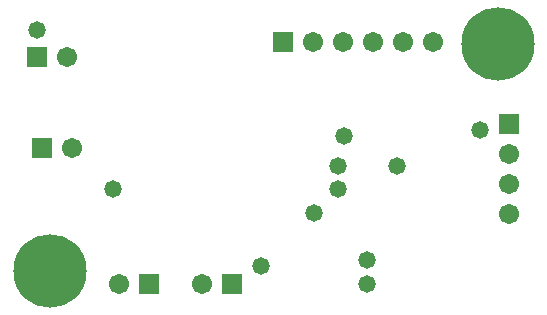
<source format=gbs>
G04*
G04 #@! TF.GenerationSoftware,Altium Limited,Altium Designer,21.0.9 (235)*
G04*
G04 Layer_Color=16711935*
%FSLAX24Y24*%
%MOIN*%
G70*
G04*
G04 #@! TF.SameCoordinates,1426A075-E80E-4D23-AB6D-1C87A62E9550*
G04*
G04*
G04 #@! TF.FilePolarity,Negative*
G04*
G01*
G75*
%ADD34R,0.0671X0.0671*%
%ADD35C,0.0671*%
%ADD36R,0.0671X0.0671*%
%ADD37C,0.2442*%
%ADD38C,0.0580*%
D34*
X17674Y16255D02*
D03*
X14918D02*
D03*
X11359Y20783D02*
D03*
X11202Y23814D02*
D03*
X19383Y24326D02*
D03*
D35*
X16674Y16255D02*
D03*
X13918D02*
D03*
X12359Y20783D02*
D03*
X12202Y23814D02*
D03*
X24383Y24326D02*
D03*
X23383D02*
D03*
X22383D02*
D03*
X21383D02*
D03*
X20383D02*
D03*
X26926Y20586D02*
D03*
Y19586D02*
D03*
Y18586D02*
D03*
D36*
Y21586D02*
D03*
D37*
X26550Y24255D02*
D03*
X11611Y16688D02*
D03*
D38*
X18658Y16846D02*
D03*
X22202Y16255D02*
D03*
X25942Y21373D02*
D03*
X23186Y20192D02*
D03*
X21414Y21176D02*
D03*
X20430Y18617D02*
D03*
X21217Y19405D02*
D03*
X13737D02*
D03*
X11178Y24720D02*
D03*
X22202Y17043D02*
D03*
X21217Y20192D02*
D03*
M02*

</source>
